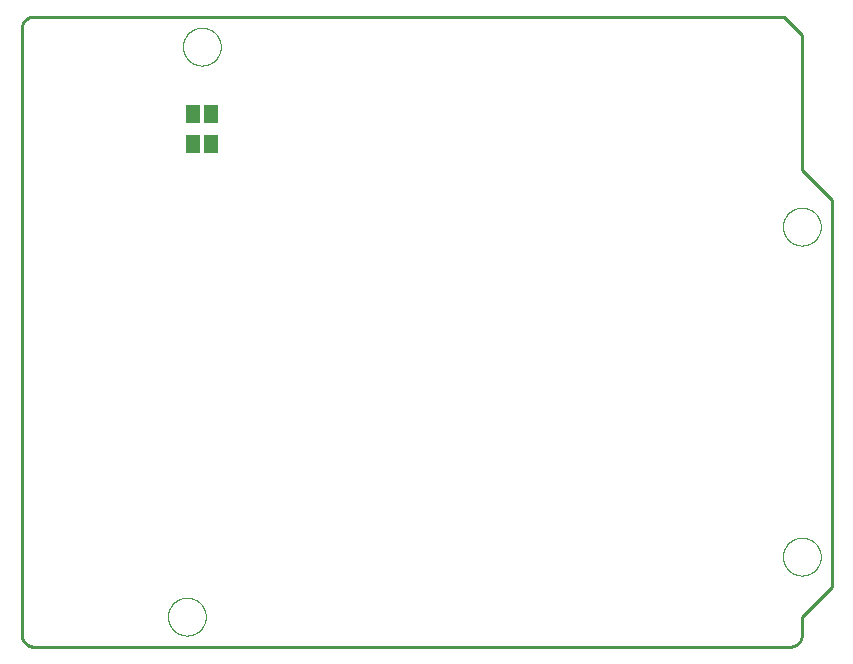
<source format=gbp>
G75*
%MOIN*%
%OFA0B0*%
%FSLAX25Y25*%
%IPPOS*%
%LPD*%
%AMOC8*
5,1,8,0,0,1.08239X$1,22.5*
%
%ADD10C,0.01000*%
%ADD11C,0.00000*%
%ADD12R,0.04600X0.06300*%
D10*
X0081798Y0009437D02*
X0081798Y0211563D01*
X0081800Y0211687D01*
X0081806Y0211810D01*
X0081815Y0211934D01*
X0081829Y0212056D01*
X0081846Y0212179D01*
X0081868Y0212301D01*
X0081893Y0212422D01*
X0081922Y0212542D01*
X0081954Y0212661D01*
X0081991Y0212780D01*
X0082031Y0212897D01*
X0082074Y0213012D01*
X0082122Y0213127D01*
X0082173Y0213239D01*
X0082227Y0213350D01*
X0082285Y0213460D01*
X0082346Y0213567D01*
X0082411Y0213673D01*
X0082479Y0213776D01*
X0082550Y0213877D01*
X0082624Y0213976D01*
X0082701Y0214073D01*
X0082782Y0214167D01*
X0082865Y0214258D01*
X0082951Y0214347D01*
X0083040Y0214433D01*
X0083131Y0214516D01*
X0083225Y0214597D01*
X0083322Y0214674D01*
X0083421Y0214748D01*
X0083522Y0214819D01*
X0083625Y0214887D01*
X0083731Y0214952D01*
X0083838Y0215013D01*
X0083948Y0215071D01*
X0084059Y0215125D01*
X0084171Y0215176D01*
X0084286Y0215224D01*
X0084401Y0215267D01*
X0084518Y0215307D01*
X0084637Y0215344D01*
X0084756Y0215376D01*
X0084876Y0215405D01*
X0084997Y0215430D01*
X0085119Y0215452D01*
X0085242Y0215469D01*
X0085364Y0215483D01*
X0085488Y0215492D01*
X0085611Y0215498D01*
X0085735Y0215500D01*
X0335798Y0215500D01*
X0341798Y0209500D01*
X0341798Y0164500D01*
X0351798Y0154500D01*
X0351798Y0025500D01*
X0341798Y0015500D01*
X0341798Y0009437D01*
X0341796Y0009313D01*
X0341790Y0009190D01*
X0341781Y0009066D01*
X0341767Y0008944D01*
X0341750Y0008821D01*
X0341728Y0008699D01*
X0341703Y0008578D01*
X0341674Y0008458D01*
X0341642Y0008339D01*
X0341605Y0008220D01*
X0341565Y0008103D01*
X0341522Y0007988D01*
X0341474Y0007873D01*
X0341423Y0007761D01*
X0341369Y0007650D01*
X0341311Y0007540D01*
X0341250Y0007433D01*
X0341185Y0007327D01*
X0341117Y0007224D01*
X0341046Y0007123D01*
X0340972Y0007024D01*
X0340895Y0006927D01*
X0340814Y0006833D01*
X0340731Y0006742D01*
X0340645Y0006653D01*
X0340556Y0006567D01*
X0340465Y0006484D01*
X0340371Y0006403D01*
X0340274Y0006326D01*
X0340175Y0006252D01*
X0340074Y0006181D01*
X0339971Y0006113D01*
X0339865Y0006048D01*
X0339758Y0005987D01*
X0339648Y0005929D01*
X0339537Y0005875D01*
X0339425Y0005824D01*
X0339310Y0005776D01*
X0339195Y0005733D01*
X0339078Y0005693D01*
X0338959Y0005656D01*
X0338840Y0005624D01*
X0338720Y0005595D01*
X0338599Y0005570D01*
X0338477Y0005548D01*
X0338354Y0005531D01*
X0338232Y0005517D01*
X0338108Y0005508D01*
X0337985Y0005502D01*
X0337861Y0005500D01*
X0085735Y0005500D01*
X0085611Y0005502D01*
X0085488Y0005508D01*
X0085364Y0005517D01*
X0085242Y0005531D01*
X0085119Y0005548D01*
X0084997Y0005570D01*
X0084876Y0005595D01*
X0084756Y0005624D01*
X0084637Y0005656D01*
X0084518Y0005693D01*
X0084401Y0005733D01*
X0084286Y0005776D01*
X0084171Y0005824D01*
X0084059Y0005875D01*
X0083948Y0005929D01*
X0083838Y0005987D01*
X0083731Y0006048D01*
X0083625Y0006113D01*
X0083522Y0006181D01*
X0083421Y0006252D01*
X0083322Y0006326D01*
X0083225Y0006403D01*
X0083131Y0006484D01*
X0083040Y0006567D01*
X0082951Y0006653D01*
X0082865Y0006742D01*
X0082782Y0006833D01*
X0082701Y0006927D01*
X0082624Y0007024D01*
X0082550Y0007123D01*
X0082479Y0007224D01*
X0082411Y0007327D01*
X0082346Y0007433D01*
X0082285Y0007540D01*
X0082227Y0007650D01*
X0082173Y0007761D01*
X0082122Y0007873D01*
X0082074Y0007988D01*
X0082031Y0008103D01*
X0081991Y0008220D01*
X0081954Y0008339D01*
X0081922Y0008458D01*
X0081893Y0008578D01*
X0081868Y0008699D01*
X0081846Y0008821D01*
X0081829Y0008944D01*
X0081815Y0009066D01*
X0081806Y0009190D01*
X0081800Y0009313D01*
X0081798Y0009437D01*
D11*
X0130499Y0015500D02*
X0130501Y0015658D01*
X0130507Y0015816D01*
X0130517Y0015974D01*
X0130531Y0016132D01*
X0130549Y0016289D01*
X0130570Y0016446D01*
X0130596Y0016602D01*
X0130626Y0016758D01*
X0130659Y0016913D01*
X0130697Y0017066D01*
X0130738Y0017219D01*
X0130783Y0017371D01*
X0130832Y0017522D01*
X0130885Y0017671D01*
X0130941Y0017819D01*
X0131001Y0017965D01*
X0131065Y0018110D01*
X0131133Y0018253D01*
X0131204Y0018395D01*
X0131278Y0018535D01*
X0131356Y0018672D01*
X0131438Y0018808D01*
X0131522Y0018942D01*
X0131611Y0019073D01*
X0131702Y0019202D01*
X0131797Y0019329D01*
X0131894Y0019454D01*
X0131995Y0019576D01*
X0132099Y0019695D01*
X0132206Y0019812D01*
X0132316Y0019926D01*
X0132429Y0020037D01*
X0132544Y0020146D01*
X0132662Y0020251D01*
X0132783Y0020353D01*
X0132906Y0020453D01*
X0133032Y0020549D01*
X0133160Y0020642D01*
X0133290Y0020732D01*
X0133423Y0020818D01*
X0133558Y0020902D01*
X0133694Y0020981D01*
X0133833Y0021058D01*
X0133974Y0021130D01*
X0134116Y0021200D01*
X0134260Y0021265D01*
X0134406Y0021327D01*
X0134553Y0021385D01*
X0134702Y0021440D01*
X0134852Y0021491D01*
X0135003Y0021538D01*
X0135155Y0021581D01*
X0135308Y0021620D01*
X0135463Y0021656D01*
X0135618Y0021687D01*
X0135774Y0021715D01*
X0135930Y0021739D01*
X0136087Y0021759D01*
X0136245Y0021775D01*
X0136402Y0021787D01*
X0136561Y0021795D01*
X0136719Y0021799D01*
X0136877Y0021799D01*
X0137035Y0021795D01*
X0137194Y0021787D01*
X0137351Y0021775D01*
X0137509Y0021759D01*
X0137666Y0021739D01*
X0137822Y0021715D01*
X0137978Y0021687D01*
X0138133Y0021656D01*
X0138288Y0021620D01*
X0138441Y0021581D01*
X0138593Y0021538D01*
X0138744Y0021491D01*
X0138894Y0021440D01*
X0139043Y0021385D01*
X0139190Y0021327D01*
X0139336Y0021265D01*
X0139480Y0021200D01*
X0139622Y0021130D01*
X0139763Y0021058D01*
X0139902Y0020981D01*
X0140038Y0020902D01*
X0140173Y0020818D01*
X0140306Y0020732D01*
X0140436Y0020642D01*
X0140564Y0020549D01*
X0140690Y0020453D01*
X0140813Y0020353D01*
X0140934Y0020251D01*
X0141052Y0020146D01*
X0141167Y0020037D01*
X0141280Y0019926D01*
X0141390Y0019812D01*
X0141497Y0019695D01*
X0141601Y0019576D01*
X0141702Y0019454D01*
X0141799Y0019329D01*
X0141894Y0019202D01*
X0141985Y0019073D01*
X0142074Y0018942D01*
X0142158Y0018808D01*
X0142240Y0018672D01*
X0142318Y0018535D01*
X0142392Y0018395D01*
X0142463Y0018253D01*
X0142531Y0018110D01*
X0142595Y0017965D01*
X0142655Y0017819D01*
X0142711Y0017671D01*
X0142764Y0017522D01*
X0142813Y0017371D01*
X0142858Y0017219D01*
X0142899Y0017066D01*
X0142937Y0016913D01*
X0142970Y0016758D01*
X0143000Y0016602D01*
X0143026Y0016446D01*
X0143047Y0016289D01*
X0143065Y0016132D01*
X0143079Y0015974D01*
X0143089Y0015816D01*
X0143095Y0015658D01*
X0143097Y0015500D01*
X0143095Y0015342D01*
X0143089Y0015184D01*
X0143079Y0015026D01*
X0143065Y0014868D01*
X0143047Y0014711D01*
X0143026Y0014554D01*
X0143000Y0014398D01*
X0142970Y0014242D01*
X0142937Y0014087D01*
X0142899Y0013934D01*
X0142858Y0013781D01*
X0142813Y0013629D01*
X0142764Y0013478D01*
X0142711Y0013329D01*
X0142655Y0013181D01*
X0142595Y0013035D01*
X0142531Y0012890D01*
X0142463Y0012747D01*
X0142392Y0012605D01*
X0142318Y0012465D01*
X0142240Y0012328D01*
X0142158Y0012192D01*
X0142074Y0012058D01*
X0141985Y0011927D01*
X0141894Y0011798D01*
X0141799Y0011671D01*
X0141702Y0011546D01*
X0141601Y0011424D01*
X0141497Y0011305D01*
X0141390Y0011188D01*
X0141280Y0011074D01*
X0141167Y0010963D01*
X0141052Y0010854D01*
X0140934Y0010749D01*
X0140813Y0010647D01*
X0140690Y0010547D01*
X0140564Y0010451D01*
X0140436Y0010358D01*
X0140306Y0010268D01*
X0140173Y0010182D01*
X0140038Y0010098D01*
X0139902Y0010019D01*
X0139763Y0009942D01*
X0139622Y0009870D01*
X0139480Y0009800D01*
X0139336Y0009735D01*
X0139190Y0009673D01*
X0139043Y0009615D01*
X0138894Y0009560D01*
X0138744Y0009509D01*
X0138593Y0009462D01*
X0138441Y0009419D01*
X0138288Y0009380D01*
X0138133Y0009344D01*
X0137978Y0009313D01*
X0137822Y0009285D01*
X0137666Y0009261D01*
X0137509Y0009241D01*
X0137351Y0009225D01*
X0137194Y0009213D01*
X0137035Y0009205D01*
X0136877Y0009201D01*
X0136719Y0009201D01*
X0136561Y0009205D01*
X0136402Y0009213D01*
X0136245Y0009225D01*
X0136087Y0009241D01*
X0135930Y0009261D01*
X0135774Y0009285D01*
X0135618Y0009313D01*
X0135463Y0009344D01*
X0135308Y0009380D01*
X0135155Y0009419D01*
X0135003Y0009462D01*
X0134852Y0009509D01*
X0134702Y0009560D01*
X0134553Y0009615D01*
X0134406Y0009673D01*
X0134260Y0009735D01*
X0134116Y0009800D01*
X0133974Y0009870D01*
X0133833Y0009942D01*
X0133694Y0010019D01*
X0133558Y0010098D01*
X0133423Y0010182D01*
X0133290Y0010268D01*
X0133160Y0010358D01*
X0133032Y0010451D01*
X0132906Y0010547D01*
X0132783Y0010647D01*
X0132662Y0010749D01*
X0132544Y0010854D01*
X0132429Y0010963D01*
X0132316Y0011074D01*
X0132206Y0011188D01*
X0132099Y0011305D01*
X0131995Y0011424D01*
X0131894Y0011546D01*
X0131797Y0011671D01*
X0131702Y0011798D01*
X0131611Y0011927D01*
X0131522Y0012058D01*
X0131438Y0012192D01*
X0131356Y0012328D01*
X0131278Y0012465D01*
X0131204Y0012605D01*
X0131133Y0012747D01*
X0131065Y0012890D01*
X0131001Y0013035D01*
X0130941Y0013181D01*
X0130885Y0013329D01*
X0130832Y0013478D01*
X0130783Y0013629D01*
X0130738Y0013781D01*
X0130697Y0013934D01*
X0130659Y0014087D01*
X0130626Y0014242D01*
X0130596Y0014398D01*
X0130570Y0014554D01*
X0130549Y0014711D01*
X0130531Y0014868D01*
X0130517Y0015026D01*
X0130507Y0015184D01*
X0130501Y0015342D01*
X0130499Y0015500D01*
X0335499Y0035500D02*
X0335501Y0035658D01*
X0335507Y0035816D01*
X0335517Y0035974D01*
X0335531Y0036132D01*
X0335549Y0036289D01*
X0335570Y0036446D01*
X0335596Y0036602D01*
X0335626Y0036758D01*
X0335659Y0036913D01*
X0335697Y0037066D01*
X0335738Y0037219D01*
X0335783Y0037371D01*
X0335832Y0037522D01*
X0335885Y0037671D01*
X0335941Y0037819D01*
X0336001Y0037965D01*
X0336065Y0038110D01*
X0336133Y0038253D01*
X0336204Y0038395D01*
X0336278Y0038535D01*
X0336356Y0038672D01*
X0336438Y0038808D01*
X0336522Y0038942D01*
X0336611Y0039073D01*
X0336702Y0039202D01*
X0336797Y0039329D01*
X0336894Y0039454D01*
X0336995Y0039576D01*
X0337099Y0039695D01*
X0337206Y0039812D01*
X0337316Y0039926D01*
X0337429Y0040037D01*
X0337544Y0040146D01*
X0337662Y0040251D01*
X0337783Y0040353D01*
X0337906Y0040453D01*
X0338032Y0040549D01*
X0338160Y0040642D01*
X0338290Y0040732D01*
X0338423Y0040818D01*
X0338558Y0040902D01*
X0338694Y0040981D01*
X0338833Y0041058D01*
X0338974Y0041130D01*
X0339116Y0041200D01*
X0339260Y0041265D01*
X0339406Y0041327D01*
X0339553Y0041385D01*
X0339702Y0041440D01*
X0339852Y0041491D01*
X0340003Y0041538D01*
X0340155Y0041581D01*
X0340308Y0041620D01*
X0340463Y0041656D01*
X0340618Y0041687D01*
X0340774Y0041715D01*
X0340930Y0041739D01*
X0341087Y0041759D01*
X0341245Y0041775D01*
X0341402Y0041787D01*
X0341561Y0041795D01*
X0341719Y0041799D01*
X0341877Y0041799D01*
X0342035Y0041795D01*
X0342194Y0041787D01*
X0342351Y0041775D01*
X0342509Y0041759D01*
X0342666Y0041739D01*
X0342822Y0041715D01*
X0342978Y0041687D01*
X0343133Y0041656D01*
X0343288Y0041620D01*
X0343441Y0041581D01*
X0343593Y0041538D01*
X0343744Y0041491D01*
X0343894Y0041440D01*
X0344043Y0041385D01*
X0344190Y0041327D01*
X0344336Y0041265D01*
X0344480Y0041200D01*
X0344622Y0041130D01*
X0344763Y0041058D01*
X0344902Y0040981D01*
X0345038Y0040902D01*
X0345173Y0040818D01*
X0345306Y0040732D01*
X0345436Y0040642D01*
X0345564Y0040549D01*
X0345690Y0040453D01*
X0345813Y0040353D01*
X0345934Y0040251D01*
X0346052Y0040146D01*
X0346167Y0040037D01*
X0346280Y0039926D01*
X0346390Y0039812D01*
X0346497Y0039695D01*
X0346601Y0039576D01*
X0346702Y0039454D01*
X0346799Y0039329D01*
X0346894Y0039202D01*
X0346985Y0039073D01*
X0347074Y0038942D01*
X0347158Y0038808D01*
X0347240Y0038672D01*
X0347318Y0038535D01*
X0347392Y0038395D01*
X0347463Y0038253D01*
X0347531Y0038110D01*
X0347595Y0037965D01*
X0347655Y0037819D01*
X0347711Y0037671D01*
X0347764Y0037522D01*
X0347813Y0037371D01*
X0347858Y0037219D01*
X0347899Y0037066D01*
X0347937Y0036913D01*
X0347970Y0036758D01*
X0348000Y0036602D01*
X0348026Y0036446D01*
X0348047Y0036289D01*
X0348065Y0036132D01*
X0348079Y0035974D01*
X0348089Y0035816D01*
X0348095Y0035658D01*
X0348097Y0035500D01*
X0348095Y0035342D01*
X0348089Y0035184D01*
X0348079Y0035026D01*
X0348065Y0034868D01*
X0348047Y0034711D01*
X0348026Y0034554D01*
X0348000Y0034398D01*
X0347970Y0034242D01*
X0347937Y0034087D01*
X0347899Y0033934D01*
X0347858Y0033781D01*
X0347813Y0033629D01*
X0347764Y0033478D01*
X0347711Y0033329D01*
X0347655Y0033181D01*
X0347595Y0033035D01*
X0347531Y0032890D01*
X0347463Y0032747D01*
X0347392Y0032605D01*
X0347318Y0032465D01*
X0347240Y0032328D01*
X0347158Y0032192D01*
X0347074Y0032058D01*
X0346985Y0031927D01*
X0346894Y0031798D01*
X0346799Y0031671D01*
X0346702Y0031546D01*
X0346601Y0031424D01*
X0346497Y0031305D01*
X0346390Y0031188D01*
X0346280Y0031074D01*
X0346167Y0030963D01*
X0346052Y0030854D01*
X0345934Y0030749D01*
X0345813Y0030647D01*
X0345690Y0030547D01*
X0345564Y0030451D01*
X0345436Y0030358D01*
X0345306Y0030268D01*
X0345173Y0030182D01*
X0345038Y0030098D01*
X0344902Y0030019D01*
X0344763Y0029942D01*
X0344622Y0029870D01*
X0344480Y0029800D01*
X0344336Y0029735D01*
X0344190Y0029673D01*
X0344043Y0029615D01*
X0343894Y0029560D01*
X0343744Y0029509D01*
X0343593Y0029462D01*
X0343441Y0029419D01*
X0343288Y0029380D01*
X0343133Y0029344D01*
X0342978Y0029313D01*
X0342822Y0029285D01*
X0342666Y0029261D01*
X0342509Y0029241D01*
X0342351Y0029225D01*
X0342194Y0029213D01*
X0342035Y0029205D01*
X0341877Y0029201D01*
X0341719Y0029201D01*
X0341561Y0029205D01*
X0341402Y0029213D01*
X0341245Y0029225D01*
X0341087Y0029241D01*
X0340930Y0029261D01*
X0340774Y0029285D01*
X0340618Y0029313D01*
X0340463Y0029344D01*
X0340308Y0029380D01*
X0340155Y0029419D01*
X0340003Y0029462D01*
X0339852Y0029509D01*
X0339702Y0029560D01*
X0339553Y0029615D01*
X0339406Y0029673D01*
X0339260Y0029735D01*
X0339116Y0029800D01*
X0338974Y0029870D01*
X0338833Y0029942D01*
X0338694Y0030019D01*
X0338558Y0030098D01*
X0338423Y0030182D01*
X0338290Y0030268D01*
X0338160Y0030358D01*
X0338032Y0030451D01*
X0337906Y0030547D01*
X0337783Y0030647D01*
X0337662Y0030749D01*
X0337544Y0030854D01*
X0337429Y0030963D01*
X0337316Y0031074D01*
X0337206Y0031188D01*
X0337099Y0031305D01*
X0336995Y0031424D01*
X0336894Y0031546D01*
X0336797Y0031671D01*
X0336702Y0031798D01*
X0336611Y0031927D01*
X0336522Y0032058D01*
X0336438Y0032192D01*
X0336356Y0032328D01*
X0336278Y0032465D01*
X0336204Y0032605D01*
X0336133Y0032747D01*
X0336065Y0032890D01*
X0336001Y0033035D01*
X0335941Y0033181D01*
X0335885Y0033329D01*
X0335832Y0033478D01*
X0335783Y0033629D01*
X0335738Y0033781D01*
X0335697Y0033934D01*
X0335659Y0034087D01*
X0335626Y0034242D01*
X0335596Y0034398D01*
X0335570Y0034554D01*
X0335549Y0034711D01*
X0335531Y0034868D01*
X0335517Y0035026D01*
X0335507Y0035184D01*
X0335501Y0035342D01*
X0335499Y0035500D01*
X0335499Y0145500D02*
X0335501Y0145658D01*
X0335507Y0145816D01*
X0335517Y0145974D01*
X0335531Y0146132D01*
X0335549Y0146289D01*
X0335570Y0146446D01*
X0335596Y0146602D01*
X0335626Y0146758D01*
X0335659Y0146913D01*
X0335697Y0147066D01*
X0335738Y0147219D01*
X0335783Y0147371D01*
X0335832Y0147522D01*
X0335885Y0147671D01*
X0335941Y0147819D01*
X0336001Y0147965D01*
X0336065Y0148110D01*
X0336133Y0148253D01*
X0336204Y0148395D01*
X0336278Y0148535D01*
X0336356Y0148672D01*
X0336438Y0148808D01*
X0336522Y0148942D01*
X0336611Y0149073D01*
X0336702Y0149202D01*
X0336797Y0149329D01*
X0336894Y0149454D01*
X0336995Y0149576D01*
X0337099Y0149695D01*
X0337206Y0149812D01*
X0337316Y0149926D01*
X0337429Y0150037D01*
X0337544Y0150146D01*
X0337662Y0150251D01*
X0337783Y0150353D01*
X0337906Y0150453D01*
X0338032Y0150549D01*
X0338160Y0150642D01*
X0338290Y0150732D01*
X0338423Y0150818D01*
X0338558Y0150902D01*
X0338694Y0150981D01*
X0338833Y0151058D01*
X0338974Y0151130D01*
X0339116Y0151200D01*
X0339260Y0151265D01*
X0339406Y0151327D01*
X0339553Y0151385D01*
X0339702Y0151440D01*
X0339852Y0151491D01*
X0340003Y0151538D01*
X0340155Y0151581D01*
X0340308Y0151620D01*
X0340463Y0151656D01*
X0340618Y0151687D01*
X0340774Y0151715D01*
X0340930Y0151739D01*
X0341087Y0151759D01*
X0341245Y0151775D01*
X0341402Y0151787D01*
X0341561Y0151795D01*
X0341719Y0151799D01*
X0341877Y0151799D01*
X0342035Y0151795D01*
X0342194Y0151787D01*
X0342351Y0151775D01*
X0342509Y0151759D01*
X0342666Y0151739D01*
X0342822Y0151715D01*
X0342978Y0151687D01*
X0343133Y0151656D01*
X0343288Y0151620D01*
X0343441Y0151581D01*
X0343593Y0151538D01*
X0343744Y0151491D01*
X0343894Y0151440D01*
X0344043Y0151385D01*
X0344190Y0151327D01*
X0344336Y0151265D01*
X0344480Y0151200D01*
X0344622Y0151130D01*
X0344763Y0151058D01*
X0344902Y0150981D01*
X0345038Y0150902D01*
X0345173Y0150818D01*
X0345306Y0150732D01*
X0345436Y0150642D01*
X0345564Y0150549D01*
X0345690Y0150453D01*
X0345813Y0150353D01*
X0345934Y0150251D01*
X0346052Y0150146D01*
X0346167Y0150037D01*
X0346280Y0149926D01*
X0346390Y0149812D01*
X0346497Y0149695D01*
X0346601Y0149576D01*
X0346702Y0149454D01*
X0346799Y0149329D01*
X0346894Y0149202D01*
X0346985Y0149073D01*
X0347074Y0148942D01*
X0347158Y0148808D01*
X0347240Y0148672D01*
X0347318Y0148535D01*
X0347392Y0148395D01*
X0347463Y0148253D01*
X0347531Y0148110D01*
X0347595Y0147965D01*
X0347655Y0147819D01*
X0347711Y0147671D01*
X0347764Y0147522D01*
X0347813Y0147371D01*
X0347858Y0147219D01*
X0347899Y0147066D01*
X0347937Y0146913D01*
X0347970Y0146758D01*
X0348000Y0146602D01*
X0348026Y0146446D01*
X0348047Y0146289D01*
X0348065Y0146132D01*
X0348079Y0145974D01*
X0348089Y0145816D01*
X0348095Y0145658D01*
X0348097Y0145500D01*
X0348095Y0145342D01*
X0348089Y0145184D01*
X0348079Y0145026D01*
X0348065Y0144868D01*
X0348047Y0144711D01*
X0348026Y0144554D01*
X0348000Y0144398D01*
X0347970Y0144242D01*
X0347937Y0144087D01*
X0347899Y0143934D01*
X0347858Y0143781D01*
X0347813Y0143629D01*
X0347764Y0143478D01*
X0347711Y0143329D01*
X0347655Y0143181D01*
X0347595Y0143035D01*
X0347531Y0142890D01*
X0347463Y0142747D01*
X0347392Y0142605D01*
X0347318Y0142465D01*
X0347240Y0142328D01*
X0347158Y0142192D01*
X0347074Y0142058D01*
X0346985Y0141927D01*
X0346894Y0141798D01*
X0346799Y0141671D01*
X0346702Y0141546D01*
X0346601Y0141424D01*
X0346497Y0141305D01*
X0346390Y0141188D01*
X0346280Y0141074D01*
X0346167Y0140963D01*
X0346052Y0140854D01*
X0345934Y0140749D01*
X0345813Y0140647D01*
X0345690Y0140547D01*
X0345564Y0140451D01*
X0345436Y0140358D01*
X0345306Y0140268D01*
X0345173Y0140182D01*
X0345038Y0140098D01*
X0344902Y0140019D01*
X0344763Y0139942D01*
X0344622Y0139870D01*
X0344480Y0139800D01*
X0344336Y0139735D01*
X0344190Y0139673D01*
X0344043Y0139615D01*
X0343894Y0139560D01*
X0343744Y0139509D01*
X0343593Y0139462D01*
X0343441Y0139419D01*
X0343288Y0139380D01*
X0343133Y0139344D01*
X0342978Y0139313D01*
X0342822Y0139285D01*
X0342666Y0139261D01*
X0342509Y0139241D01*
X0342351Y0139225D01*
X0342194Y0139213D01*
X0342035Y0139205D01*
X0341877Y0139201D01*
X0341719Y0139201D01*
X0341561Y0139205D01*
X0341402Y0139213D01*
X0341245Y0139225D01*
X0341087Y0139241D01*
X0340930Y0139261D01*
X0340774Y0139285D01*
X0340618Y0139313D01*
X0340463Y0139344D01*
X0340308Y0139380D01*
X0340155Y0139419D01*
X0340003Y0139462D01*
X0339852Y0139509D01*
X0339702Y0139560D01*
X0339553Y0139615D01*
X0339406Y0139673D01*
X0339260Y0139735D01*
X0339116Y0139800D01*
X0338974Y0139870D01*
X0338833Y0139942D01*
X0338694Y0140019D01*
X0338558Y0140098D01*
X0338423Y0140182D01*
X0338290Y0140268D01*
X0338160Y0140358D01*
X0338032Y0140451D01*
X0337906Y0140547D01*
X0337783Y0140647D01*
X0337662Y0140749D01*
X0337544Y0140854D01*
X0337429Y0140963D01*
X0337316Y0141074D01*
X0337206Y0141188D01*
X0337099Y0141305D01*
X0336995Y0141424D01*
X0336894Y0141546D01*
X0336797Y0141671D01*
X0336702Y0141798D01*
X0336611Y0141927D01*
X0336522Y0142058D01*
X0336438Y0142192D01*
X0336356Y0142328D01*
X0336278Y0142465D01*
X0336204Y0142605D01*
X0336133Y0142747D01*
X0336065Y0142890D01*
X0336001Y0143035D01*
X0335941Y0143181D01*
X0335885Y0143329D01*
X0335832Y0143478D01*
X0335783Y0143629D01*
X0335738Y0143781D01*
X0335697Y0143934D01*
X0335659Y0144087D01*
X0335626Y0144242D01*
X0335596Y0144398D01*
X0335570Y0144554D01*
X0335549Y0144711D01*
X0335531Y0144868D01*
X0335517Y0145026D01*
X0335507Y0145184D01*
X0335501Y0145342D01*
X0335499Y0145500D01*
X0135499Y0205500D02*
X0135501Y0205658D01*
X0135507Y0205816D01*
X0135517Y0205974D01*
X0135531Y0206132D01*
X0135549Y0206289D01*
X0135570Y0206446D01*
X0135596Y0206602D01*
X0135626Y0206758D01*
X0135659Y0206913D01*
X0135697Y0207066D01*
X0135738Y0207219D01*
X0135783Y0207371D01*
X0135832Y0207522D01*
X0135885Y0207671D01*
X0135941Y0207819D01*
X0136001Y0207965D01*
X0136065Y0208110D01*
X0136133Y0208253D01*
X0136204Y0208395D01*
X0136278Y0208535D01*
X0136356Y0208672D01*
X0136438Y0208808D01*
X0136522Y0208942D01*
X0136611Y0209073D01*
X0136702Y0209202D01*
X0136797Y0209329D01*
X0136894Y0209454D01*
X0136995Y0209576D01*
X0137099Y0209695D01*
X0137206Y0209812D01*
X0137316Y0209926D01*
X0137429Y0210037D01*
X0137544Y0210146D01*
X0137662Y0210251D01*
X0137783Y0210353D01*
X0137906Y0210453D01*
X0138032Y0210549D01*
X0138160Y0210642D01*
X0138290Y0210732D01*
X0138423Y0210818D01*
X0138558Y0210902D01*
X0138694Y0210981D01*
X0138833Y0211058D01*
X0138974Y0211130D01*
X0139116Y0211200D01*
X0139260Y0211265D01*
X0139406Y0211327D01*
X0139553Y0211385D01*
X0139702Y0211440D01*
X0139852Y0211491D01*
X0140003Y0211538D01*
X0140155Y0211581D01*
X0140308Y0211620D01*
X0140463Y0211656D01*
X0140618Y0211687D01*
X0140774Y0211715D01*
X0140930Y0211739D01*
X0141087Y0211759D01*
X0141245Y0211775D01*
X0141402Y0211787D01*
X0141561Y0211795D01*
X0141719Y0211799D01*
X0141877Y0211799D01*
X0142035Y0211795D01*
X0142194Y0211787D01*
X0142351Y0211775D01*
X0142509Y0211759D01*
X0142666Y0211739D01*
X0142822Y0211715D01*
X0142978Y0211687D01*
X0143133Y0211656D01*
X0143288Y0211620D01*
X0143441Y0211581D01*
X0143593Y0211538D01*
X0143744Y0211491D01*
X0143894Y0211440D01*
X0144043Y0211385D01*
X0144190Y0211327D01*
X0144336Y0211265D01*
X0144480Y0211200D01*
X0144622Y0211130D01*
X0144763Y0211058D01*
X0144902Y0210981D01*
X0145038Y0210902D01*
X0145173Y0210818D01*
X0145306Y0210732D01*
X0145436Y0210642D01*
X0145564Y0210549D01*
X0145690Y0210453D01*
X0145813Y0210353D01*
X0145934Y0210251D01*
X0146052Y0210146D01*
X0146167Y0210037D01*
X0146280Y0209926D01*
X0146390Y0209812D01*
X0146497Y0209695D01*
X0146601Y0209576D01*
X0146702Y0209454D01*
X0146799Y0209329D01*
X0146894Y0209202D01*
X0146985Y0209073D01*
X0147074Y0208942D01*
X0147158Y0208808D01*
X0147240Y0208672D01*
X0147318Y0208535D01*
X0147392Y0208395D01*
X0147463Y0208253D01*
X0147531Y0208110D01*
X0147595Y0207965D01*
X0147655Y0207819D01*
X0147711Y0207671D01*
X0147764Y0207522D01*
X0147813Y0207371D01*
X0147858Y0207219D01*
X0147899Y0207066D01*
X0147937Y0206913D01*
X0147970Y0206758D01*
X0148000Y0206602D01*
X0148026Y0206446D01*
X0148047Y0206289D01*
X0148065Y0206132D01*
X0148079Y0205974D01*
X0148089Y0205816D01*
X0148095Y0205658D01*
X0148097Y0205500D01*
X0148095Y0205342D01*
X0148089Y0205184D01*
X0148079Y0205026D01*
X0148065Y0204868D01*
X0148047Y0204711D01*
X0148026Y0204554D01*
X0148000Y0204398D01*
X0147970Y0204242D01*
X0147937Y0204087D01*
X0147899Y0203934D01*
X0147858Y0203781D01*
X0147813Y0203629D01*
X0147764Y0203478D01*
X0147711Y0203329D01*
X0147655Y0203181D01*
X0147595Y0203035D01*
X0147531Y0202890D01*
X0147463Y0202747D01*
X0147392Y0202605D01*
X0147318Y0202465D01*
X0147240Y0202328D01*
X0147158Y0202192D01*
X0147074Y0202058D01*
X0146985Y0201927D01*
X0146894Y0201798D01*
X0146799Y0201671D01*
X0146702Y0201546D01*
X0146601Y0201424D01*
X0146497Y0201305D01*
X0146390Y0201188D01*
X0146280Y0201074D01*
X0146167Y0200963D01*
X0146052Y0200854D01*
X0145934Y0200749D01*
X0145813Y0200647D01*
X0145690Y0200547D01*
X0145564Y0200451D01*
X0145436Y0200358D01*
X0145306Y0200268D01*
X0145173Y0200182D01*
X0145038Y0200098D01*
X0144902Y0200019D01*
X0144763Y0199942D01*
X0144622Y0199870D01*
X0144480Y0199800D01*
X0144336Y0199735D01*
X0144190Y0199673D01*
X0144043Y0199615D01*
X0143894Y0199560D01*
X0143744Y0199509D01*
X0143593Y0199462D01*
X0143441Y0199419D01*
X0143288Y0199380D01*
X0143133Y0199344D01*
X0142978Y0199313D01*
X0142822Y0199285D01*
X0142666Y0199261D01*
X0142509Y0199241D01*
X0142351Y0199225D01*
X0142194Y0199213D01*
X0142035Y0199205D01*
X0141877Y0199201D01*
X0141719Y0199201D01*
X0141561Y0199205D01*
X0141402Y0199213D01*
X0141245Y0199225D01*
X0141087Y0199241D01*
X0140930Y0199261D01*
X0140774Y0199285D01*
X0140618Y0199313D01*
X0140463Y0199344D01*
X0140308Y0199380D01*
X0140155Y0199419D01*
X0140003Y0199462D01*
X0139852Y0199509D01*
X0139702Y0199560D01*
X0139553Y0199615D01*
X0139406Y0199673D01*
X0139260Y0199735D01*
X0139116Y0199800D01*
X0138974Y0199870D01*
X0138833Y0199942D01*
X0138694Y0200019D01*
X0138558Y0200098D01*
X0138423Y0200182D01*
X0138290Y0200268D01*
X0138160Y0200358D01*
X0138032Y0200451D01*
X0137906Y0200547D01*
X0137783Y0200647D01*
X0137662Y0200749D01*
X0137544Y0200854D01*
X0137429Y0200963D01*
X0137316Y0201074D01*
X0137206Y0201188D01*
X0137099Y0201305D01*
X0136995Y0201424D01*
X0136894Y0201546D01*
X0136797Y0201671D01*
X0136702Y0201798D01*
X0136611Y0201927D01*
X0136522Y0202058D01*
X0136438Y0202192D01*
X0136356Y0202328D01*
X0136278Y0202465D01*
X0136204Y0202605D01*
X0136133Y0202747D01*
X0136065Y0202890D01*
X0136001Y0203035D01*
X0135941Y0203181D01*
X0135885Y0203329D01*
X0135832Y0203478D01*
X0135783Y0203629D01*
X0135738Y0203781D01*
X0135697Y0203934D01*
X0135659Y0204087D01*
X0135626Y0204242D01*
X0135596Y0204398D01*
X0135570Y0204554D01*
X0135549Y0204711D01*
X0135531Y0204868D01*
X0135517Y0205026D01*
X0135507Y0205184D01*
X0135501Y0205342D01*
X0135499Y0205500D01*
D12*
X0138798Y0183000D03*
X0144798Y0183000D03*
X0144798Y0173000D03*
X0138798Y0173000D03*
M02*

</source>
